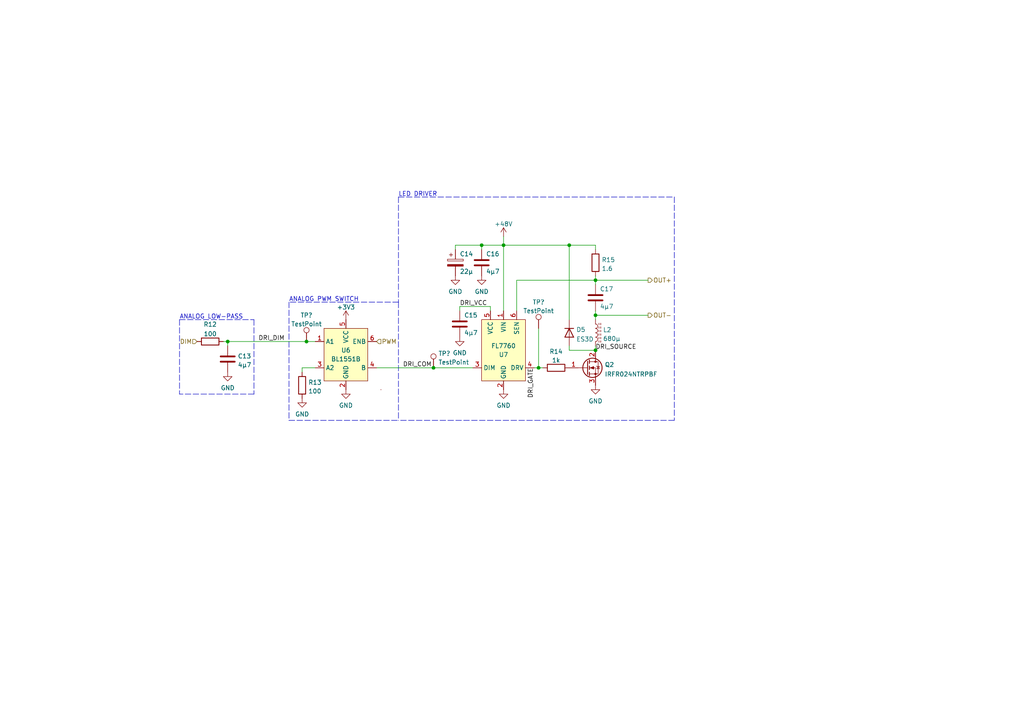
<source format=kicad_sch>
(kicad_sch (version 20211123) (generator eeschema)
  (paper "A4")
  (lib_symbols
    (symbol "Connector:TestPoint" (pin_numbers hide) (pin_names (offset 0.762) hide)
      (property "Reference" "TP" (at 0 6.858 0))
      (property "Value" "TestPoint" (at 0 5.08 0))
      (symbol "TestPoint_0_1"
        (circle (center 0 3.302) (radius 0.762))
      )
      (symbol "TestPoint_1_1"
        (pin passive line (at 0 0 90) (length 2.54) (name "1") (number "1"))
      )
    )
    (symbol "Device:C" (pin_numbers hide) (pin_names (offset 0.254))
      (property "Reference" "C" (at 0.635 2.54 0))
      (property "Value" "C" (at 0.635 -2.54 0))
      (symbol "C_0_1"
        (polyline (pts (xy -2.032 -0.762) (xy 2.032 -0.762)) (stroke (width 0.508)))
        (polyline (pts (xy -2.032 0.762) (xy 2.032 0.762)) (stroke (width 0.508)))
      )
      (symbol "C_1_1"
        (pin passive line (at 0 3.81 270) (length 2.794) (name "~") (number "1"))
        (pin passive line (at 0 -3.81 90) (length 2.794) (name "~") (number "2"))
      )
    )
    (symbol "Device:C_Polarized" (pin_numbers hide) (pin_names (offset 0.254))
      (property "Reference" "C" (at 0.635 2.54 0))
      (property "Value" "C_Polarized" (at 0.635 -2.54 0))
      (symbol "C_Polarized_0_1"
        (rectangle (start -2.286 0.508) (end 2.286 1.016))
        (polyline (pts (xy -1.778 2.286) (xy -0.762 2.286)))
        (polyline (pts (xy -1.27 2.794) (xy -1.27 1.778)))
        (rectangle (start 2.286 -0.508) (end -2.286 -1.016) (fill (type outline)))
      )
      (symbol "C_Polarized_1_1"
        (pin passive line (at 0 3.81 270) (length 2.794) (name "~") (number "1"))
        (pin passive line (at 0 -3.81 90) (length 2.794) (name "~") (number "2"))
      )
    )
    (symbol "Device:D" (pin_numbers hide) (pin_names (offset 1.016) hide)
      (property "Reference" "D" (at 0 2.54 0))
      (property "Value" "D" (at 0 -2.54 0))
      (symbol "D_0_1"
        (polyline (pts (xy -1.27 1.27) (xy -1.27 -1.27)) (stroke (width 0.254)))
        (polyline (pts (xy 1.27 0) (xy -1.27 0)))
        (polyline (pts (xy 1.27 1.27) (xy 1.27 -1.27) (xy -1.27 0) (xy 1.27 1.27)) (stroke (width 0.254)))
      )
      (symbol "D_1_1"
        (pin passive line (at -3.81 0 0) (length 2.54) (name "K") (number "1"))
        (pin passive line (at 3.81 0 180) (length 2.54) (name "A") (number "2"))
      )
    )
    (symbol "Device:L_Ferrite" (pin_numbers hide) (pin_names (offset 1.016) hide)
      (property "Reference" "L" (at -1.27 0 90))
      (property "Value" "L_Ferrite" (at 2.794 0 90))
      (symbol "L_Ferrite_0_1"
        (arc (start 0 -2.54) (mid 0.635 -1.905) (end 0 -1.27))
        (arc (start 0 -1.27) (mid 0.635 -0.635) (end 0 0))
        (polyline (pts (xy 1.016 -2.794) (xy 1.016 -2.286)))
        (polyline (pts (xy 1.016 -1.778) (xy 1.016 -1.27)))
        (polyline (pts (xy 1.016 -0.762) (xy 1.016 -0.254)))
        (polyline (pts (xy 1.016 0.254) (xy 1.016 0.762)))
        (polyline (pts (xy 1.016 1.27) (xy 1.016 1.778)))
        (polyline (pts (xy 1.016 2.286) (xy 1.016 2.794)))
        (polyline (pts (xy 1.524 -2.286) (xy 1.524 -2.794)))
        (polyline (pts (xy 1.524 -1.27) (xy 1.524 -1.778)))
        (polyline (pts (xy 1.524 -0.254) (xy 1.524 -0.762)))
        (polyline (pts (xy 1.524 0.762) (xy 1.524 0.254)))
        (polyline (pts (xy 1.524 1.778) (xy 1.524 1.27)))
        (polyline (pts (xy 1.524 2.794) (xy 1.524 2.286)))
        (arc (start 0 0) (mid 0.635 0.635) (end 0 1.27))
        (arc (start 0 1.27) (mid 0.635 1.905) (end 0 2.54))
      )
      (symbol "L_Ferrite_1_1"
        (pin passive line (at 0 3.81 270) (length 1.27) (name "1") (number "1"))
        (pin passive line (at 0 -3.81 90) (length 1.27) (name "2") (number "2"))
      )
    )
    (symbol "Device:Q_NMOS_GDS" (pin_names (offset 0) hide)
      (property "Reference" "Q" (at 5.08 1.27 0))
      (property "Value" "Q_NMOS_GDS" (at 5.08 -1.27 0))
      (symbol "Q_NMOS_GDS_0_1"
        (polyline (pts (xy 0.254 0) (xy -2.54 0)))
        (polyline (pts (xy 0.254 1.905) (xy 0.254 -1.905)) (stroke (width 0.254)))
        (polyline (pts (xy 0.762 -1.27) (xy 0.762 -2.286)) (stroke (width 0.254)))
        (polyline (pts (xy 0.762 0.508) (xy 0.762 -0.508)) (stroke (width 0.254)))
        (polyline (pts (xy 0.762 2.286) (xy 0.762 1.27)) (stroke (width 0.254)))
        (polyline (pts (xy 2.54 2.54) (xy 2.54 1.778)))
        (polyline (pts (xy 2.54 -2.54) (xy 2.54 0) (xy 0.762 0)))
        (polyline (pts (xy 0.762 -1.778) (xy 3.302 -1.778) (xy 3.302 1.778) (xy 0.762 1.778)))
        (polyline (pts (xy 1.016 0) (xy 2.032 0.381) (xy 2.032 -0.381) (xy 1.016 0)) (fill (type outline)))
        (polyline (pts (xy 2.794 0.508) (xy 2.921 0.381) (xy 3.683 0.381) (xy 3.81 0.254)))
        (polyline (pts (xy 3.302 0.381) (xy 2.921 -0.254) (xy 3.683 -0.254) (xy 3.302 0.381)))
        (circle (center 1.651 0) (radius 2.794) (stroke (width 0.254)))
        (circle (center 2.54 -1.778) (radius 0.254) (fill (type outline)))
        (circle (center 2.54 1.778) (radius 0.254) (fill (type outline)))
      )
      (symbol "Q_NMOS_GDS_1_1"
        (pin input line (at -5.08 0 0) (length 2.54) (name "G") (number "1"))
        (pin passive line (at 2.54 5.08 270) (length 2.54) (name "D") (number "2"))
        (pin passive line (at 2.54 -5.08 90) (length 2.54) (name "S") (number "3"))
      )
    )
    (symbol "Device:R" (pin_numbers hide) (pin_names (offset 0))
      (property "Reference" "R" (at 2.032 0 90))
      (property "Value" "R" (at 0 0 90))
      (symbol "R_0_1"
        (rectangle (start -1.016 -2.54) (end 1.016 2.54) (stroke (width 0.254)))
      )
      (symbol "R_1_1"
        (pin passive line (at 0 3.81 270) (length 1.27) (name "~") (number "1"))
        (pin passive line (at 0 -3.81 90) (length 1.27) (name "~") (number "2"))
      )
    )
    (symbol "Library:FL7760"
      (property "Reference" "U" (at 0 -1.27 0))
      (property "Value" "FL7760" (at 0 1.27 0))
      (symbol "FL7760_0_1"
        (rectangle (start -6.35 10.16) (end 6.35 -7.62) (stroke (width 0.1524)) (fill (type background)))
      )
      (symbol "FL7760_1_1"
        (pin input line (at 0 12.7 270) (length 2.54) (name "VIN") (number "1"))
        (pin input line (at 0 -10.16 90) (length 2.54) (name "GND") (number "2"))
        (pin input line (at -8.89 -3.81 0) (length 2.54) (name "DIM") (number "3"))
        (pin output line (at 8.89 -3.81 180) (length 2.54) (name "DRV") (number "4"))
        (pin input line (at -3.81 12.7 270) (length 2.54) (name "VCC") (number "5"))
        (pin input line (at 3.81 12.7 270) (length 2.54) (name "SEN") (number "6"))
      )
    )
    (symbol "library:BL1551B"
      (property "Reference" "U" (at 0 -1.27 0))
      (property "Value" "BL1551B" (at 0 1.27 0))
      (symbol "BL1551B_0_1"
        (rectangle (start 6.35 7.62) (end -6.35 -7.62) (stroke (width 0.1524)) (fill (type background)))
        (rectangle (start 10.16 -10.16) (end 10.16 -10.16) (stroke (width 0.1524)))
        (rectangle (start 10.16 -10.16) (end 10.16 -10.16) (stroke (width 0.1524)))
        (rectangle (start 10.16 -10.16) (end 10.16 -10.16) (stroke (width 0.1524)))
      )
      (symbol "BL1551B_1_1"
        (pin bidirectional line (at -8.89 3.81 0) (length 2.54) (name "A1") (number "1"))
        (pin power_in line (at 0 -10.16 90) (length 2.54) (name "GND") (number "2"))
        (pin bidirectional line (at -8.89 -3.81 0) (length 2.54) (name "A2") (number "3"))
        (pin bidirectional line (at 8.89 -3.81 180) (length 2.54) (name "B") (number "4"))
        (pin power_in line (at 0 10.16 270) (length 2.54) (name "VCC") (number "5"))
        (pin input line (at 8.89 3.81 180) (length 2.54) (name "ENB") (number "6"))
      )
    )
    (symbol "power:+3V3" (power) (pin_names (offset 0))
      (property "Value" "+3V3" (at 0 3.556 0))
      (symbol "+3V3_0_1"
        (polyline (pts (xy -0.762 1.27) (xy 0 2.54)))
        (polyline (pts (xy 0 0) (xy 0 2.54)))
        (polyline (pts (xy 0 2.54) (xy 0.762 1.27)))
      )
      (symbol "+3V3_1_1"
        (pin power_in line (at 0 0 90) (length 0) hide (name "+3V3") (number "1"))
      )
    )
    (symbol "power:+48V" (power) (pin_names (offset 0))
      (property "Value" "+48V" (at 0 3.556 0))
      (symbol "+48V_0_1"
        (polyline (pts (xy -0.762 1.27) (xy 0 2.54)))
        (polyline (pts (xy 0 0) (xy 0 2.54)))
        (polyline (pts (xy 0 2.54) (xy 0.762 1.27)))
      )
      (symbol "+48V_1_1"
        (pin power_in line (at 0 0 90) (length 0) hide (name "+48V") (number "1"))
      )
    )
    (symbol "power:GND" (power) (pin_names (offset 0))
      (property "Value" "GND" (at 0 -3.81 0))
      (symbol "GND_0_1"
        (polyline (pts (xy 0 0) (xy 0 -1.27) (xy 1.27 -1.27) (xy 0 -2.54) (xy -1.27 -1.27) (xy 0 -1.27)))
      )
      (symbol "GND_1_1"
        (pin power_in line (at 0 0 270) (length 0) hide (name "GND") (number "1"))
      )
    )
  )
  (junction (at 88.9 99.06))
  (junction (at 172.72 101.6))
  (junction (at 66.04 99.06))
  (junction (at 139.7 71.12))
  (junction (at 165.1 71.12))
  (junction (at 146.05 71.12))
  (junction (at 172.72 91.44))
  (junction (at 156.21 106.68))
  (junction (at 172.72 81.28))
  (junction (at 125.73 106.68))
  (wire (pts (xy 172.72 81.28) (xy 187.96 81.28)))
  (wire (pts (xy 146.05 71.12) (xy 146.05 90.17)))
  (polyline (pts (xy 195.58 57.15) (xy 195.58 121.92)))
  (wire (pts (xy 172.72 91.44) (xy 172.72 92.71)))
  (polyline (pts (xy 52.07 92.71) (xy 52.07 114.3)))
  (polyline (pts (xy 73.66 114.3) (xy 52.07 114.3)))
  (wire (pts (xy 132.08 71.12) (xy 139.7 71.12)))
  (polyline (pts (xy 115.57 87.63) (xy 83.82 87.63)))
  (polyline (pts (xy 195.58 121.92) (xy 115.57 121.92)))
  (polyline (pts (xy 83.82 87.63) (xy 83.82 121.92)))
  (wire (pts (xy 87.63 106.68) (xy 87.63 107.95)))
  (wire (pts (xy 149.86 81.28) (xy 149.86 90.17)))
  (wire (pts (xy 132.08 72.39) (xy 132.08 71.12)))
  (wire (pts (xy 125.73 106.68) (xy 137.16 106.68)))
  (wire (pts (xy 172.72 91.44) (xy 187.96 91.44)))
  (wire (pts (xy 165.1 71.12) (xy 165.1 92.71)))
  (wire (pts (xy 154.94 106.68) (xy 156.21 106.68)))
  (wire (pts (xy 172.72 71.12) (xy 172.72 72.39)))
  (wire (pts (xy 66.04 99.06) (xy 64.77 99.06)))
  (wire (pts (xy 165.1 101.6) (xy 172.72 101.6)))
  (polyline (pts (xy 115.57 57.15) (xy 115.57 87.63)))
  (wire (pts (xy 88.9 99.06) (xy 91.44 99.06)))
  (wire (pts (xy 172.72 91.44) (xy 172.72 90.17)))
  (polyline (pts (xy 83.82 121.92) (xy 115.57 121.92)))
  (wire (pts (xy 109.22 106.68) (xy 125.73 106.68)))
  (polyline (pts (xy 115.57 57.15) (xy 195.58 57.15)))
  (wire (pts (xy 165.1 71.12) (xy 172.72 71.12)))
  (wire (pts (xy 172.72 80.01) (xy 172.72 81.28)))
  (wire (pts (xy 172.72 100.33) (xy 172.72 101.6)))
  (wire (pts (xy 165.1 100.33) (xy 165.1 101.6)))
  (wire (pts (xy 146.05 68.58) (xy 146.05 71.12)))
  (wire (pts (xy 87.63 106.68) (xy 91.44 106.68)))
  (polyline (pts (xy 73.66 92.71) (xy 73.66 114.3)))
  (wire (pts (xy 156.21 106.68) (xy 157.48 106.68)))
  (wire (pts (xy 66.04 99.06) (xy 88.9 99.06)))
  (wire (pts (xy 142.24 90.17) (xy 142.24 88.9)))
  (wire (pts (xy 139.7 72.39) (xy 139.7 71.12)))
  (wire (pts (xy 133.35 88.9) (xy 142.24 88.9)))
  (wire (pts (xy 156.21 95.25) (xy 156.21 106.68)))
  (wire (pts (xy 139.7 71.12) (xy 146.05 71.12)))
  (wire (pts (xy 133.35 88.9) (xy 133.35 90.17)))
  (wire (pts (xy 149.86 81.28) (xy 172.72 81.28)))
  (wire (pts (xy 66.04 100.33) (xy 66.04 99.06)))
  (wire (pts (xy 172.72 82.55) (xy 172.72 81.28)))
  (wire (pts (xy 146.05 71.12) (xy 165.1 71.12)))
  (polyline (pts (xy 115.57 87.63) (xy 115.57 121.92)))
  (polyline (pts (xy 52.07 92.71) (xy 73.66 92.71)))
  (text "ANALOG PWM SWITCH" (at 83.82 87.63 0) (effects (font (size 1.27 1.27)) (justify left bottom)))
  (text "ANALOG LOW-PASS" (at 52.07 92.71 0) (effects (font (size 1.27 1.27)) (justify left bottom)))
  (text "LED DRIVER" (at 115.57 57.15 0) (effects (font (size 1.27 1.27)) (justify left bottom)))
  (label "DRI_DIM" (at 74.93 99.06 0))
  (label "DRI_COM" (at 116.84 106.68 0))
  (label "DRI_VCC" (at 133.35 88.9 0))
  (label "DRI_SOURCE" (at 172.72 101.6 0))
  (label "DRI_GATE" (at 154.94 106.68 270))
  (hierarchical_label "OUT+" (shape output) (at 187.96 81.28 0))
  (hierarchical_label "PWM" (shape input) (at 109.22 99.06 0))
  (hierarchical_label "DIM" (shape input) (at 57.15 99.06 180))
  (hierarchical_label "OUT-" (shape output) (at 187.96 91.44 0))
  (symbol (lib_id "power:GND") (at 133.35 97.79 0) (unit 1)
    (property "Reference" "#PWR045" (effects hide))
    (property "Value" "GND" (at 133.35 102.3525 0))
  )
  (symbol (lib_id "Device:C") (at 172.72 86.36 0) (unit 1)
    (property "Reference" "C17" (at 173.99 83.82 0) (effects (justify left)))
    (property "Value" "4µ7" (at 173.99 88.9 0) (effects (justify left)))
    (property "Footprint" "Capacitor_SMD:C_0805_2012Metric" (effects hide))
  )
  (symbol (lib_id "Device:C") (at 133.35 93.98 0) (unit 1)
    (property "Reference" "C15" (at 134.62 91.44 0) (effects (justify left)))
    (property "Value" "4µ7" (at 134.62 96.52 0) (effects (justify left)))
    (property "Footprint" "Capacitor_SMD:C_0805_2012Metric" (effects hide))
  )
  (symbol (lib_id "Device:R") (at 87.63 111.76 0) (mirror y) (unit 1)
    (property "Reference" "R13" (at 89.408 110.9253 0) (effects (justify right)))
    (property "Value" "100" (at 89.408 113.4622 0) (effects (justify right)))
    (property "Footprint" "Resistor_SMD:R_0603_1608Metric" (effects hide))
  )
  (symbol (lib_id "Device:R") (at 172.72 76.2 0) (unit 1)
    (property "Reference" "R15" (at 174.498 75.3653 0) (effects (justify left)))
    (property "Value" "1.6" (at 174.498 77.9022 0) (effects (justify left)))
    (property "Footprint" "Resistor_SMD:R_1206_3216Metric" (effects hide))
  )
  (symbol (lib_id "power:GND") (at 66.04 107.95 0) (unit 1)
    (property "Reference" "#PWR040" (effects hide))
    (property "Value" "GND" (at 66.04 112.5125 0))
  )
  (symbol (lib_id "Connector:TestPoint") (at 88.9 99.06 0) (unit 1)
    (property "Reference" "TP?" (at 88.9 91.44 0))
    (property "Value" "TestPoint" (at 88.9 93.98 0))
  )
  (symbol (lib_id "Device:C") (at 66.04 104.14 0) (unit 1)
    (property "Reference" "C13" (at 68.961 103.3053 0) (effects (justify left)))
    (property "Value" "4µ7" (at 68.961 105.8422 0) (effects (justify left)))
    (property "Footprint" "Capacitor_SMD:C_0805_2012Metric" (effects hide))
  )
  (symbol (lib_id "power:+48V") (at 146.05 68.58 0) (unit 1)
    (property "Reference" "#PWR047" (effects hide))
    (property "Value" "+48V" (at 146.05 64.9755 0))
  )
  (symbol (lib_id "Connector:TestPoint") (at 125.73 106.68 0) (unit 1)
    (property "Reference" "TP?" (at 127.127 102.5433 0) (effects (justify left)))
    (property "Value" "TestPoint" (at 127.127 105.0802 0) (effects (justify left)))
  )
  (symbol (lib_id "Device:C_Polarized") (at 132.08 76.2 0) (unit 1)
    (property "Reference" "C14" (at 133.35 73.66 0) (effects (justify left)))
    (property "Value" "22µ" (at 133.35 78.74 0) (effects (justify left)))
    (property "Footprint" "Capacitor_SMD:CP_Elec_6.3x4.5" (effects hide))
  )
  (symbol (lib_id "power:GND") (at 172.72 111.76 0) (unit 1)
    (property "Reference" "#PWR049" (effects hide))
    (property "Value" "GND" (at 172.72 116.3225 0))
  )
  (symbol (lib_id "Device:Q_NMOS_GDS") (at 170.18 106.68 0) (unit 1)
    (property "Reference" "Q2" (at 175.387 105.7715 0) (effects (justify left)))
    (property "Value" "IRFR024NTRPBF" (at 175.387 108.5466 0) (effects (justify left)))
    (property "Footprint" "Package_TO_SOT_SMD:TO-252-2" (effects hide))
  )
  (symbol (lib_id "Device:D") (at 165.1 96.52 270) (unit 1)
    (property "Reference" "D5" (at 167.132 95.6115 90) (effects (justify left)))
    (property "Value" "ES3D" (at 167.132 98.3866 90) (effects (justify left)))
    (property "Footprint" "Diode_SMD:D_SMB" (effects hide))
  )
  (symbol (lib_id "Connector:TestPoint") (at 156.21 95.25 0) (unit 1)
    (property "Reference" "TP?" (at 156.21 87.63 0))
    (property "Value" "TestPoint" (at 156.21 90.17 0))
  )
  (symbol (lib_id "Device:R") (at 60.96 99.06 90) (unit 1)
    (property "Reference" "R12" (at 60.96 94.0775 90))
    (property "Value" "100" (at 60.96 96.8526 90))
    (property "Footprint" "Resistor_SMD:R_0603_1608Metric" (effects hide))
  )
  (symbol (lib_id "library:BL1551B") (at 100.33 102.87 0) (unit 1)
    (property "Reference" "U6" (at 100.33 101.6 0))
    (property "Value" "BL1551B" (at 100.33 104.14 0))
  )
  (symbol (lib_id "power:GND") (at 100.33 113.03 0) (unit 1)
    (property "Reference" "#PWR043" (effects hide))
    (property "Value" "GND" (at 100.33 117.5925 0))
  )
  (symbol (lib_id "power:GND") (at 132.08 80.01 0) (unit 1)
    (property "Reference" "#PWR044" (effects hide))
    (property "Value" "GND" (at 132.08 84.5725 0))
  )
  (symbol (lib_id "power:GND") (at 87.63 115.57 0) (mirror y) (unit 1)
    (property "Reference" "#PWR041" (effects hide))
    (property "Value" "GND" (at 87.63 120.1325 0))
  )
  (symbol (lib_id "Device:L_Ferrite") (at 172.72 96.52 0) (unit 1)
    (property "Reference" "L2" (at 174.879 95.6853 0) (effects (justify left)))
    (property "Value" "680µ" (at 174.879 98.2222 0) (effects (justify left)))
    (property "Footprint" "Inductor_SMD:L_12x12mm_H8mm" (effects hide))
  )
  (symbol (lib_id "power:GND") (at 139.7 80.01 0) (unit 1)
    (property "Reference" "#PWR046" (effects hide))
    (property "Value" "GND" (at 139.7 84.5725 0))
  )
  (symbol (lib_id "power:+3V3") (at 100.33 92.71 0) (unit 1)
    (property "Reference" "#PWR042" (effects hide))
    (property "Value" "+3V3" (at 100.33 89.1055 0))
  )
  (symbol (lib_id "Library:FL7760") (at 146.05 102.87 0) (unit 1)
    (property "Reference" "U7" (at 146.05 102.87 0))
    (property "Value" "FL7760" (at 146.05 100.33 0))
    (property "Footprint" "Package_TO_SOT_SMD:SOT-23-6" (effects hide))
  )
  (symbol (lib_id "Device:C") (at 139.7 76.2 0) (unit 1)
    (property "Reference" "C16" (at 140.97 73.66 0) (effects (justify left)))
    (property "Value" "4µ7" (at 140.97 78.74 0) (effects (justify left)))
    (property "Footprint" "Capacitor_SMD:C_0805_2012Metric" (effects hide))
  )
  (symbol (lib_id "power:GND") (at 146.05 113.03 0) (unit 1)
    (property "Reference" "#PWR048" (effects hide))
    (property "Value" "GND" (at 146.05 117.5925 0))
  )
  (symbol (lib_id "Device:R") (at 161.29 106.68 90) (unit 1)
    (property "Reference" "R14" (at 161.29 101.9642 90))
    (property "Value" "1k" (at 161.29 104.5011 90))
  )
)
</source>
